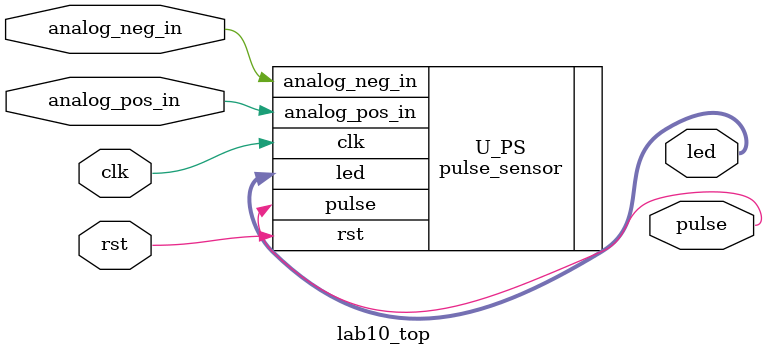
<source format=sv>


module lab10_top(
    input logic clk,
    input logic rst,
    input analog_pos_in,       // pulse sensor positive input
    input analog_neg_in,      // pulse sensor negative input
    output logic [15:0] led,  // display digitized pulse sensor value
    output logic pulse        // display pulse as red LED
    );
    
    pulse_sensor U_PS(.clk, .rst, .analog_pos_in, .analog_neg_in, .led, .pulse);
    
    // add clock divider and other modules here
    
    
 
    
    
endmodule

</source>
